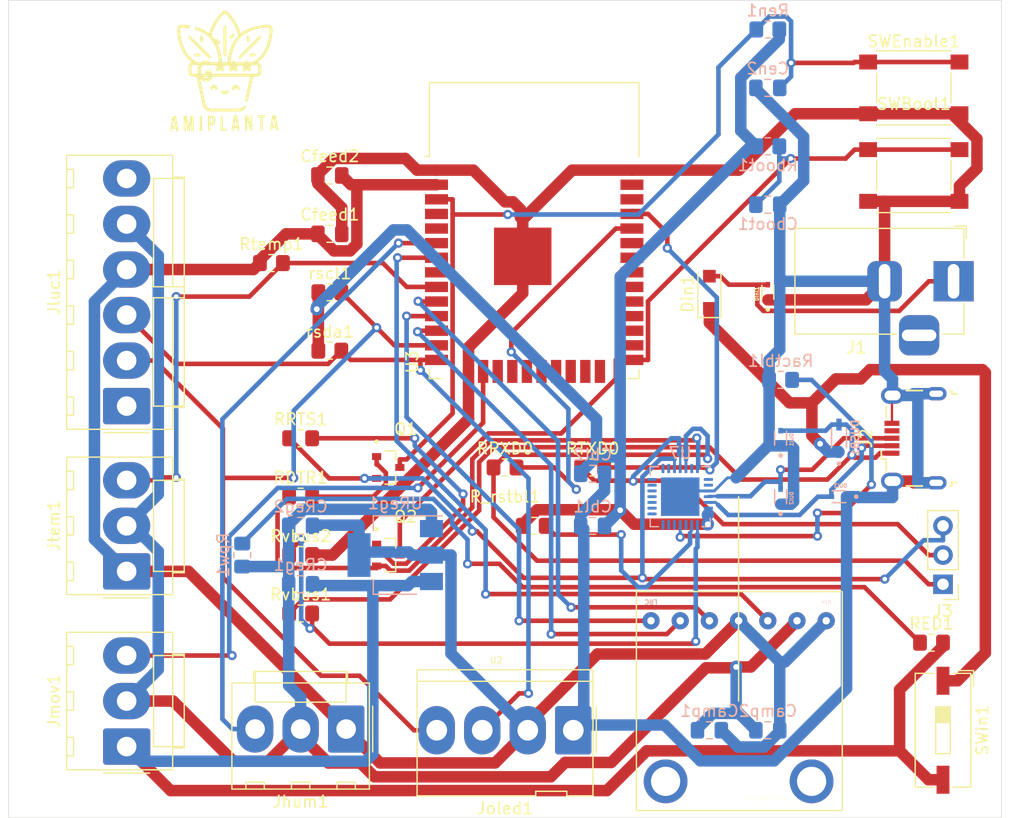
<source format=kicad_pcb>
(kicad_pcb (version 20211014) (generator pcbnew)
  (layers (0 "F.Cu" signal) (31 "B.Cu" signal) (34 "B.Paste" user) (35 "F.Paste" user) (36 "B.SilkS" user "B.Silkscreen") (37 "F.SilkS" user "F.Silkscreen") (38 "B.Mask" user) (39 "F.Mask" user) (44 "Edge.Cuts" user))
  (net 0 "")
  (net 1 "+3V3")
  (net 2 "GND")
  (net 3 "+3.3V")
  (net 4 "GNDREF")
  (net 5 "BOOT")
  (net 6 "EN")
  (net 7 "+5V")
  (net 8 "+5V_Jack")
  (net 9 "Net-(Din1-Pad2)")
  (net 10 "/CP2102N-A02-GQFN28(Bootloader)/VBUS")
  (net 11 "/CP2102N-A02-GQFN28(Bootloader)/USB_DP")
  (net 12 "/CP2102N-A02-GQFN28(Bootloader)/USB_DN")
  (net 14 "/CP2102N-A02-GQFN28(Bootloader)/TXD")
  (net 15 "/CP2102N-A02-GQFN28(Bootloader)/RXD")
  (net 16 "/CP2102N-A02-GQFN28(Bootloader)/RTS")
  (net 17 "/Sensores/dh")
  (net 18 "/Sensores/INT Luz(op)")
  (net 19 "/ESP32/SCL")
  (net 20 "/ESP32/SDA")
  (net 21 "/Sensores/VL Luz (op)")
  (net 22 "/Sensores/dm")
  (net 23 "/Sensores/dt")
  (net 24 "Net-(Q1-Pad1)")
  (net 25 "Net-(Q2-Pad1)")
  (net 26 "/CP2102N-A02-GQFN28(Bootloader)/DTR")
  (net 27 "Net-(Ractbl1-Pad1)")
  (net 28 "Net-(RED1-Pad1)")
  (net 29 "/CP2102N-A02-GQFN28(Bootloader)/RXD0")
  (net 30 "/CP2102N-A02-GQFN28(Bootloader)/TXD0")
  (net 31 "Net-(Rvbus1-Pad2)")
  (net 32 "Net-(R_rstbl1-Pad2)")
  (net 33 "/ESP32/amp_D_mode")
  (net 34 "/ESP32/Amp_Din")
  (net 35 "/ESP32/BCLK")
  (net 36 "/ESP32/LRC")
  (footprint "Connector_Molex:Molex_KK-396_A-41791-0003_1x03_P3.96mm_Vertical" (layer "F.Cu") (at 33.125 90.32 90)
    (fp_text reference "Jtem1")
    (fp_text value "Conn_01x03_Female")
  )
  (footprint "Button_Switch_SMD:SW_DIP_SPSTx01_Slide_9.78x4.72mm_W8.61mm_P2.54mm" (layer "F.Cu") (at 104.14 104.14 -90)
    (fp_text reference "SWin1")
    (fp_text value "SW_DIP_x01")
  )
  (footprint "SS8050-G:TRANS_SS8050-G" (layer "F.Cu") (at 55.88 88.9)
    (fp_text reference "Q2")
    (fp_text value "SS8050-G")
  )
  (footprint "Resistor_SMD:R_0805_2012Metric_Pad1.20x1.40mm_HandSolder" (layer "F.Cu") (at 48.26 78.74)
    (fp_text reference "RRTS1")
    (fp_text value "10K(5%)")
  )
  (footprint "Button_Switch_SMD:SW_Push_1P1T_NO_6x6mm_H9.5mm" (layer "F.Cu") (at 101.6 48.26)
    (fp_text reference "SWEnable1")
    (fp_text value "SW_Push")
  )
  (footprint "MAX9835_EditadoLib:MAX98357A_ModuloEditado" (layer "F.Cu") (at 86.36 101.6 180)
    (fp_text reference "U2")
    (fp_text value "MAX98357AETE+")
  )
  (footprint "Connector_BarrelJack:BarrelJack_Horizontal" (layer "F.Cu") (at 105.06 65.0825)
    (fp_text reference "J1")
    (fp_text value "Jack-DC")
  )
  (footprint "Resistor_SMD:R_0805_2012Metric_Pad1.20x1.40mm_HandSolder" (layer "F.Cu") (at 103.14 96.52)
    (fp_text reference "RED1")
    (fp_text value "LED")
  )
  (footprint "Resistor_SMD:R_0805_2012Metric_Pad1.20x1.40mm_HandSolder" (layer "F.Cu") (at 48.26 83.82)
    (fp_text reference "RDTR1")
    (fp_text value "10K(5%)")
  )
  (footprint "RF_Module:ESP32-WROOM-32" (layer "F.Cu") (at 68.58 63.67)
    (fp_text reference "U3")
    (fp_text value "ESP32-WROOM-32")
  )
  (footprint "AmplantaLogo:huellaAmiplantaLogo" (layer "F.Cu") (at 41.656 46.863)
    (fp_text reference "G***")
    (fp_text value "LOGO" hide)
  )
  (footprint "Connector_Molex:Molex_KK-396_A-41791-0003_1x03_P3.96mm_Vertical" (layer "F.Cu") (at 33.125 105.56 90)
    (fp_text reference "Jmov1")
    (fp_text value "Conn_01x03_Female")
  )
  (footprint "Connector_USB:USB_Micro-B_Wuerth_629105150521" (layer "F.Cu") (at 101.6 78.74 90)
    (fp_text reference "J2")
    (fp_text value "USB_B_Micro")
  )
  (footprint "Resistor_SMD:R_0805_2012Metric_Pad1.20x1.40mm_HandSolder" (layer "F.Cu") (at 50.8 71.12)
    (fp_text reference "rsda1")
    (fp_text value "4.7k")
  )
  (footprint "Resistor_SMD:R_0805_2012Metric_Pad1.20x1.40mm_HandSolder" (layer "F.Cu") (at 66.04 81.28)
    (fp_text reference "RRXD0")
    (fp_text value "0R(5%)")
  )
  (footprint "Diode_SMD:D_SOD-123F" (layer "F.Cu") (at 83.82 66.04 90)
    (fp_text reference "Din1")
    (fp_text value "MBR1020VL")
  )
  (footprint "Resistor_SMD:R_0805_2012Metric_Pad1.20x1.40mm_HandSolder" (layer "F.Cu") (at 45.72 63.5)
    (fp_text reference "Rtemp1")
    (fp_text value "4,7k")
  )
  (footprint "Connector_PinHeader_2.54mm:PinHeader_1x03_P2.54mm_Vertical" (layer "F.Cu") (at 104.14 91.44 180)
    (fp_text reference "J3")
    (fp_text value "Conn_01x03_Female")
  )
  (footprint "Button_Switch_SMD:SW_Push_1P1T_NO_6x6mm_H9.5mm" (layer "F.Cu") (at 101.6 55.88)
    (fp_text reference "SWBoot1")
    (fp_text value "SW_Push")
  )
  (footprint "Resistor_SMD:R_0805_2012Metric_Pad1.20x1.40mm_HandSolder" (layer "F.Cu") (at 48.26 93.98)
    (fp_text reference "Rvbus1")
    (fp_text value "22.1K(5%)")
  )
  (footprint "Resistor_SMD:R_0805_2012Metric_Pad1.20x1.40mm_HandSolder" (layer "F.Cu") (at 68.58 86.36)
    (fp_text reference "R_rstbl1")
    (fp_text value "2k(5%)")
  )
  (footprint "Capacitor_SMD:C_0805_2012Metric_Pad1.18x1.45mm_HandSolder" (layer "F.Cu") (at 50.8 60.96)
    (fp_text reference "Cfeed1")
    (fp_text value "22uF/10V(20%)")
  )
  (footprint "Connector_Molex:Molex_KK-396_5273-04A_1x04_P3.96mm_Vertical" (layer "F.Cu") (at 71.98 104.14 180)
    (fp_text reference "Joled1")
    (fp_text value "Conn_01x04_Female")
  )
  (footprint "SS8050-G:TRANS_SS8050-G" (layer "F.Cu") (at 55.88 81.28)
    (fp_text reference "Q1")
    (fp_text value "SS8050-G")
  )
  (footprint "Connector_Molex:Molex_KK-396_A-41791-0003_1x03_P3.96mm_Vertical" (layer "F.Cu") (at 52.22 104.035 180)
    (fp_text reference "Jhum1")
    (fp_text value "Conn_01x03_Female")
  )
  (footprint "Resistor_SMD:R_0805_2012Metric_Pad1.20x1.40mm_HandSolder" (layer "F.Cu") (at 73.66 81.28)
    (fp_text reference "RTXD0")
    (fp_text value "0R(5%)")
  )
  (footprint "LESD5D5:TVS_LESD5D5.0CT1G" (layer "F.Cu") (at 88.9 66.04 90)
    (fp_text reference "Dinl1")
    (fp_text value "LESD5D5.0CT1G")
  )
  (footprint "Resistor_SMD:R_0805_2012Metric_Pad1.20x1.40mm_HandSolder" (layer "F.Cu") (at 50.8 66.04)
    (fp_text reference "rscl1")
    (fp_text value "4.7k")
  )
  (footprint "Capacitor_SMD:C_0805_2012Metric_Pad1.18x1.45mm_HandSolder" (layer "F.Cu") (at 50.8 55.88)
    (fp_text reference "Cfeed2")
    (fp_text value "0.1uF/50(10%)")
  )
  (footprint "Resistor_SMD:R_0805_2012Metric_Pad1.20x1.40mm_HandSolder" (layer "F.Cu") (at 48.26 88.9)
    (fp_text reference "Rvbus2")
    (fp_text value "47.5K(5%)")
  )
  (footprint "Connector_Molex:Molex_KK-396_A-41791-0006_1x06_P3.96mm_Vertical" (layer "F.Cu") (at 33.125 75.94 90)
    (fp_text reference "Jluc1")
    (fp_text value "Conn_01x06_Female")
  )
  (footprint "Package_TO_SOT_SMD:SOT-223-3_TabPin2" (layer "B.Cu") (at 56.49 88.9 180)
    (fp_text reference "UReg1")
    (fp_text value "AMS1117-3.3")
  )
  (footprint "BAT760-7:SOD2513X120N" (layer "B.Cu") (at 95.0923 78.74 90)
    (fp_text reference "DUSB1")
    (fp_text value "BAT760-7")
  )
  (footprint "Capacitor_SMD:C_0805_2012Metric_Pad1.18x1.45mm_HandSolder" (layer "B.Cu") (at 73.66 81.83 180)
    (fp_text reference "Cbl2")
    (fp_text value "4.7uF/6.3V(10%)")
  )
  (footprint "Resistor_SMD:R_0805_2012Metric_Pad1.20x1.40mm_HandSolder" (layer "B.Cu") (at 90.0123 73.66 180)
    (fp_text reference "Ractbl1")
    (fp_text value "10k(5%)")
  )
  (footprint "Resistor_SMD:R_0805_2012Metric_Pad1.20x1.40mm_HandSolder" (layer "B.Cu") (at 43.18 88.9 -90)
    (fp_text reference "Rpw1")
    (fp_text value "1k")
  )
  (footprint "LESD5D5:TVS_LESD5D5.0CT1G" (layer "B.Cu") (at 90.0123 83.82 90)
    (fp_text reference "DUl2")
    (fp_text value "LESD5D5.0CT1G")
  )
  (footprint "LESD5D5:TVS_LESD5D5.0CT1G" (layer "B.Cu") (at 95.0923 83.82 180)
    (fp_text reference "DUl3")
    (fp_text value "LESD5D5.0CT1G")
  )
  (footprint "LESD5D5:TVS_LESD5D5.0CT1G" (layer "B.Cu") (at 90.0123 78.74 90)
    (fp_text reference "DUl1")
    (fp_text value "LESD5D5.0CT1G")
  )
  (footprint "Package_DFN_QFN:QFN-28-1EP_5x5mm_P0.5mm_EP3.35x3.35mm" (layer "B.Cu") (at 81.28 83.82 180)
    (fp_text reference "U7")
    (fp_text value "CP2102N-Axx-xQFN28")
  )
  (footprint "Capacitor_SMD:C_0805_2012Metric_Pad1.18x1.45mm_HandSolder" (layer "B.Cu") (at 48.26 86.36 180)
    (fp_text reference "CReg2")
    (fp_text value "1u")
  )
  (footprint "Capacitor_SMD:C_0805_2012Metric_Pad1.18x1.45mm_HandSolder" (layer "B.Cu") (at 88.9 48.26 180)
    (fp_text reference "Cen2")
    (fp_text value "0.1uF/50V(10%)(NC)")
  )
  (footprint "Capacitor_SMD:C_0805_2012Metric_Pad1.18x1.45mm_HandSolder" (layer "B.Cu") (at 88.9 58.42)
    (fp_text reference "Cboot1")
    (fp_text value "0.1uF/50V(10%)(NC)")
  )
  (footprint "Capacitor_SMD:C_0805_2012Metric_Pad1.18x1.45mm_HandSolder" (layer "B.Cu") (at 83.82 104.14 180)
    (fp_text reference "Camp1")
    (fp_text value "10u")
  )
  (footprint "Resistor_SMD:R_0805_2012Metric_Pad1.20x1.40mm_HandSolder" (layer "B.Cu") (at 88.9 43.18 180)
    (fp_text reference "Ren1")
    (fp_text value "10K(5%)")
  )
  (footprint "Capacitor_SMD:C_0805_2012Metric_Pad1.18x1.45mm_HandSolder" (layer "B.Cu") (at 73.66 86.36 180)
    (fp_text reference "Cbl1")
    (fp_text value "0.1uF/50V(10%)")
  )
  (footprint "Resistor_SMD:R_0805_2012Metric_Pad1.20x1.40mm_HandSolder" (layer "B.Cu") (at 88.9 53.34)
    (fp_text reference "Rboot1")
    (fp_text value "10K(5%)")
  )
  (footprint "Capacitor_SMD:C_0805_2012Metric_Pad1.18x1.45mm_HandSolder" (layer "B.Cu") (at 48.26 91.44 180)
    (fp_text reference "CReg1")
    (fp_text value "1u")
  )
  (footprint "Capacitor_SMD:C_0805_2012Metric_Pad1.18x1.45mm_HandSolder" (layer "B.Cu") (at 88.9 104.14 180)
    (fp_text reference "Camp2")
    (fp_text value "0.1u")
  )
  (gr_line (start 109.22 111.76) (end 25.4 111.76) (layer "Edge.Cuts") (width 0.05))
  (gr_line (start 22.86 40.64) (end 109.22 40.64) (layer "Edge.Cuts") (width 0.05))
  (gr_line (start 25.4 111.76) (end 22.86 111.76) (layer "Edge.Cuts") (width 0.05))
  (gr_line (start 109.22 40.64) (end 109.22 111.76) (layer "Edge.Cuts") (width 0.05))
  (gr_line (start 22.86 111.76) (end 22.86 40.64) (layer "Edge.Cuts") (width 0.05))
  (segment (start 38.505 90.32) (end 33.125 90.32) (width 1) (layer "F.Cu") (net 1))
  (segment (start 33.125 64.06) (end 44.16 64.06) (width 1) (layer "F.Cu") (net 1))
  (segment (start 49.7625 61.0473) (end 49.7625 60.96) (width 1) (layer "F.Cu") (net 1))
  (segment (start 68.02 103.57) (end 74.0827 97.5073) (width 1) (layer "F.Cu") (net 1))
  (segment (start 52.22 104.035) (end 38.505 90.32) (width 1) (layer "F.Cu") (net 1))
  (segment (start 53.1527 56.685) (end 53.1527 61.8441) (width 1) (layer "F.Cu") (net 1))
  (segment (start 83.4677 97.5073) (end 86.36 94.615) (width 1) (layer "F.Cu") (net 1))
  (segment (start 68.02 104.14) (end 68.02 103.57) (width 1) (layer "F.Cu") (net 1))
  (segment (start 53.1527 61.8441) (end 52.5574 62.4394) (width 1) (layer "F.Cu") (net 1))
  (segment (start 44.16 64.06) (end 44.72 63.5) (width 1) (layer "F.Cu") (net 1))
  (segment (start 51.1546 62.4394) (end 49.7625 61.0473) (width 1) (layer "F.Cu") (net 1))
  (segment (start 44.72 63.2199) (end 44.72 63.5) (width 1) (layer "F.Cu") (net 1))
  (segment (start 49.7625 60.96) (end 46.9799 60.96) (width 1) (layer "F.Cu") (net 1))
  (segment (start 68.02 104.14) (end 65.1792 106.9808) (width 1) (layer "F.Cu") (net 1))
  (segment (start 52.5574 62.4394) (end 51.1546 62.4394) (width 1) (layer "F.Cu") (net 1))
  (segment (start 55.1658 106.9808) (end 52.22 104.035) (width 1) (layer "F.Cu") (net 1))
  (segment (start 51.8375 55.88) (end 52.6425 56.685) (width 1) (layer "F.Cu") (net 1))
  (segment (start 53.1527 56.685) (end 60.08 56.685) (width 1) (layer "F.Cu") (net 1))
  (segment (start 74.0827 97.5073) (end 83.4677 97.5073) (width 1) (layer "F.Cu") (net 1))
  (segment (start 65.1792 106.9808) (end 55.1658 106.9808) (width 1) (layer "F.Cu") (net 1))
  (segment (start 46.9799 60.96) (end 44.72 63.2199) (width 1) (layer "F.Cu") (net 1))
  (segment (start 52.6425 56.685) (end 53.1527 56.685) (width 1) (layer "F.Cu") (net 1))
  (segment (start 49.2975 86.36) (end 49.3578 86.2997) (width 1) (layer "B.Cu") (net 1))
  (segment (start 89.9375 104.2268) (end 89.9375 104.14) (width 1) (layer "B.Cu") (net 1))
  (segment (start 90.4025 98.1925) (end 93.98 94.615) (width 1) (layer "B.Cu") (net 1))
  (segment (start 53.34 88.4667) (end 53.34 86.2997) (width 1) (layer "B.Cu") (net 1))
  (segment (start 49.3578 86.2997) (end 53.34 86.2997) (width 1) (layer "B.Cu") (net 1))
  (segment (start 86.3136 105.5961) (end 88.5682 105.5961) (width 1) (layer "B.Cu") (net 1))
  (segment (start 61.3403 88.9) (end 61.3403 97.4603) (width 1) (layer "B.Cu") (net 1))
  (segment (start 33.125 64.06) (end 30.3257 66.8593) (width 1) (layer "B.Cu") (net 1))
  (segment (start 53.34 88.6337) (end 57.6734 88.6337) (width 1) (layer "B.Cu") (net 1))
  (segment (start 89.9375 104.14) (end 89.9375 98.1925) (width 1) (layer "B.Cu") (net 1))
  (segment (start 57.6734 88.6337) (end 57.9397 88.9) (width 1) (layer "B.Cu") (net 1))
  (segment (start 89.9375 98.1925) (end 86.36 94.615) (width 1) (layer "B.Cu") (net 1))
  (segment (start 59.64 88.9) (end 61.3403 88.9) (width 1) (layer "B.Cu") (net 1))
  (segment (start 88.5682 105.5961) (end 89.9375 104.2268) (width 1) (layer "B.Cu") (net 1))
  (segment (start 30.3257 66.8593) (end 30.3257 87.5207) (width 1) (layer "B.Cu") (net 1))
  (segment (start 53.34 88.4667) (end 53.34 88.6337) (width 1) (layer "B.Cu") (net 1))
  (segment (start 53.34 88.9) (end 53.34 88.6337) (width 1) (layer "B.Cu") (net 1))
  (segment (start 59.5155 88.9) (end 59.64 88.9) (width 1) (layer "B.Cu") (net 1))
  (segment (start 61.3403 97.4603) (end 68.02 104.14) (width 1) (layer "B.Cu") (net 1))
  (segment (start 84.8575 104.14) (end 86.3136 105.5961) (width 1) (layer "B.Cu") (net 1))
  (segment (start 30.3257 87.5207) (end 33.125 90.32) (width 1) (layer "B.Cu") (net 1))
  (segment (start 59.5155 88.9) (end 57.9397 88.9) (width 1) (layer "B.Cu") (net 1))
  (segment (start 89.9375 98.1925) (end 90.4025 98.1925) (width 1) (layer "B.Cu") (net 1))
  (segment (start 86.1464 98.6331) (end 86.0718 98.7077) (width 1) (layer "F.Cu") (net 2))
  (segment (start 53.4756 106.9883) (end 50.6758 106.9883) (width 1) (layer "F.Cu") (net 2))
  (segment (start 75.2788 106.9414) (end 71.2693 106.9414) (width 1) (layer "F.Cu") (net 2))
  (segment (start 83.5125 98.7077) (end 75.2788 106.9414) (width 1) (layer "F.Cu") (net 2))
  (segment (start 50.6758 106.9883) (end 47.9913 104.3037) (width 1) (layer "F.Cu") (net 2))
  (segment (start 86.0718 98.7077) (end 83.5125 98.7077) (width 1) (layer "F.Cu") (net 2))
  (segment (start 45.4678 106.8272) (end 47.9913 104.3037) (width 1) (layer "F.Cu") (net 2))
  (segment (start 37.1666 101.6) (end 42.3938 106.8272) (width 1) (layer "F.Cu") (net 2))
  (segment (start 71.2693 106.9414) (end 70.022 108.1887) (width 1) (layer "F.Cu") (net 2))
  (segment (start 47.9913 104.3037) (end 48.26 104.035) (width 1) (layer "F.Cu") (net 2))
  (segment (start 42.3938 106.8272) (end 45.4678 106.8272) (width 1) (layer "F.Cu") (net 2))
  (segment (start 33.125 101.6) (end 37.1666 101.6) (width 1) (layer "F.Cu") (net 2))
  (segment (start 91.44 94.615) (end 87.4219 98.6331) (width 1) (layer "F.Cu") (net 2))
  (segment (start 87.4219 98.6331) (end 86.1464 98.6331) (width 1) (layer "F.Cu") (net 2))
  (segment (start 54.676 108.1887) (end 53.4756 106.9883) (width 1) (layer "F.Cu") (net 2))
  (segment (start 70.022 108.1887) (end 54.676 108.1887) (width 1) (layer "F.Cu") (net 2))
  (via (at 86.1464 98.6331) (size 1.1) (drill 0.5) (layers "F.Cu" "B.Cu") (net 2))
  (segment (start 47.2225 100.2472) (end 48.26 101.2847) (width 1) (layer "B.Cu") (net 2))
  (segment (start 47.2225 86.2349) (end 47.2225 86.36) (width 1) (layer "B.Cu") (net 2))
  (segment (start 59.64 86.6) (end 59.64 85.1497) (width 1) (layer "B.Cu") (net 2))
  (segment (start 35.8763 88.5736) (end 33.3939 86.0911) (width 1) (layer "B.Cu") (net 2))
  (segment (start 47.2225 89.9076) (end 47.2149 89.9) (width 1) (layer "B.Cu") (net 2))
  (segment (start 87.8625 104.14) (end 86.395 102.6725) (width 1) (layer "B.Cu") (net 2))
  (segment (start 82.7825 103.9844) (end 82.7825 104.14) (width 1) (layer "B.Cu") (net 2))
  (segment (start 59.4148 84.9245) (end 48.5329 84.9245) (width 1) (layer "B.Cu") (net 2))
  (segment (start 47.2149 86.3676) (end 47.2149 89.9) (width 1) (layer "B.Cu") (net 2))
  (segment (start 86.395 102.6725) (end 86.1464 102.6725) (width 1) (layer "B.Cu") (net 2))
  (segment (start 33.125 60.1) (end 35.879 62.854) (width 1) (layer "B.Cu") (net 2))
  (segment (start 59.64 85.1497) (end 59.4148 84.9245) (width 1) (layer "B.Cu") (net 2))
  (segment (start 48.5329 84.9245) (end 47.2225 86.2349) (width 1) (layer "B.Cu") (net 2))
  (segment (start 47.2225 91.44) (end 47.2225 89.9076) (width 1) (layer "B.Cu") (net 2))
  (segment (start 48.26 104.035) (end 48.26 101.2847) (width 1) (layer "B.Cu") (net 2))
  (segment (start 86.1464 102.6725) (end 84.0944 102.6725) (width 1) (layer "B.Cu") (net 2))
  (segment (start 47.2149 89.9) (end 43.18 89.9) (width 1) (layer "B.Cu") (net 2))
  (segment (start 33.125 101.6) (end 35.8763 98.8487) (width 1) (layer "B.Cu") (net 2))
  (segment (start 35.8763 98.8487) (end 35.8763 88.5736) (width 1) (layer "B.Cu") (net 2))
  (segment (start 35.879 62.854) (end 35.879 83.606) (width 1) (layer "B.Cu") (net 2))
  (segment (start 86.1464 102.6725) (end 86.1464 98.6331) (width 1) (layer "B.Cu") (net 2))
  (segment (start 84.0944 102.6725) (end 82.7825 103.9844) (width 1) (layer "B.Cu") (net 2))
  (segment (start 47.2225 86.36) (end 47.2149 86.3676) (width 1) (layer "B.Cu") (net 2))
  (segment (start 33.3939 86.0911) (end 33.125 86.36) (width 1) (layer "B.Cu") (net 2))
  (segment (start 47.2225 91.44) (end 47.2225 100.2472) (width 1) (layer "B.Cu") (net 2))
  (segment (start 35.879 83.606) (end 33.3939 86.0911) (width 1) (layer "B.Cu") (net 2))
  (segment (start 67.58 86.36) (end 67.58 86.2147) (width 1) (layer "F.Cu") (net 3))
  (segment (start 49.8 66.04) (end 49.8 67.5078) (width 1) (layer "F.Cu") (net 3))
  (segment (start 49.8 67.5078) (end 49.662 67.5078) (width 1) (layer "F.Cu") (net 3))
  (segment (start 67.58 86.2147) (end 68.8361 84.9586) (width 1) (layer "F.Cu") (net 3))
  (segment (start 76.0163 84.9586) (end 76.0576 84.9999) (width 1) (layer "F.Cu") (net 3))
  (segment (start 68.8361 84.9586) (end 76.0163 84.9586) (width 1) (layer "F.Cu") (net 3))
  (segment (start 76.0576 84.9999) (end 77.2741 86.2164) (width 1) (layer "F.Cu") (net 3))
  (segment (start 49.8 67.5078) (end 49.8 71.12) (width 1) (layer "F.Cu") (net 3))
  (segment (start 77.2741 86.2164) (end 83.6758 86.2164) (width 1) (layer "F.Cu") (net 3))
  (via (at 76.0576 84.9999) (size 1.1) (drill 0.5) (layers "F.Cu" "B.Cu") (net 3))
  (via (at 49.662 67.5078) (size 1.1) (drill 0.5) (layers "F.Cu" "B.Cu") (net 3))
  (via (at 83.6758 86.2164) (size 1.1) (drill 0.5) (layers "F.Cu" "B.Cu") (net 3))
  (segment (start 83.6552 86.1955) (end 83.6552 85.4638) (width 0.2502) (layer "B.Cu") (net 3))
  (segment (start 72.6225 81.7382) (end 73.9975 80.3632) (width 1) (layer "B.Cu") (net 3))
  (segment (start 86.5482 47.3809) (end 86.5482 51.9882) (width 1) (layer "B.Cu") (net 3))
  (segment (start 73.9975 80.3632) (end 73.9975 77.0865) (width 1) (layer "B.Cu") (net 3))
  (segment (start 73.9975 80.3632) (end 76.0576 80.3632) (width 1) (layer "B.Cu") (net 3))
  (segment (start 72.6225 81.83) (end 72.6225 81.7382) (width 1) (layer "B.Cu") (net 3))
  (segment (start 76.0576 64.689) (end 76.0576 80.3632) (width 1) (layer "B.Cu") (net 3))
  (segment (start 83.6758 86.2164) (end 83.6552 86.1958) (width 1) (layer "B.Cu") (net 3))
  (segment (start 86.5482 51.9882) (end 87.9 53.34) (width 1) (layer "B.Cu") (net 3))
  (segment (start 76.0576 84.9999) (end 74.6975 86.36) (width 1) (layer "B.Cu") (net 3))
  (segment (start 87.9 53.34) (end 87.4066 53.34) (width 1) (layer "B.Cu") (net 3))
  (segment (start 89.9 44.0291) (end 86.5482 47.3809) (width 1) (layer "B.Cu") (net 3))
  (segment (start 83.6554 85.4636) (end 83.6554 85.3946) (width 1) (layer "B.Cu") (net 3))
  (segment (start 83.6552 86.1958) (end 83.6552 86.1955) (width 1) (layer "B.Cu") (net 3))
  (segment (start 83.6554 85.3946) (end 83.73 85.32) (width 1) (layer "B.Cu") (net 3))
  (segment (start 73.9975 77.0865) (end 57.5282 60.6172) (width 1) (layer "B.Cu") (net 3))
  (segment (start 76.0576 80.3632) (end 76.0576 84.9999) (width 1) (layer "B.Cu") (net 3))
  (segment (start 83.73 84.82) (end 83.73 85.32) (width 0.2502) (layer "B.Cu") (net 3))
  (segment (start 57.5282 60.6172) (end 56.3349 60.6172) (width 1) (layer "B.Cu") (net 3))
  (segment (start 49.662 67.2901) (end 49.662 67.5078) (width 1) (layer "B.Cu") (net 3))
  (segment (start 56.3349 60.6172) (end 49.662 67.2901) (width 1) (layer "B.Cu") (net 3))
  (segment (start 87.4066 53.34) (end 76.0576 64.689) (width 1) (layer "B.Cu") (net 3))
  (segment (start 83.6552 85.4638) (end 83.6554 85.4636) (width 0.2502) (layer "B.Cu") (net 3))
  (segment (start 89.9 43.18) (end 89.9 44.0291) (width 1) (layer "B.Cu") (net 3))
  (segment (start 57.3651 54.4004) (end 58.3797 55.415) (width 1) (layer "F.Cu") (net 4))
  (segment (start 49.7625 56.5965) (end 49.7625 55.88) (width 1) (layer "F.Cu") (net 4))
  (segment (start 105.575 58.13) (end 99.06 58.13) (width 1) (layer "F.Cu") (net 4))
  (segment (start 67.58 62.915) (end 67.58 66.1153) (width 1) (layer "F.Cu") (net 4))
  (segment (start 67.58 62.915) (end 67.58 59.7147) (width 1) (layer "F.Cu") (net 4))
  (segment (start 51.1471 54.4004) (end 57.3651 54.4004) (width 1) (layer "F.Cu") (net 4))
  (segment (start 71.8797 55.415) (end 77.08 55.415) (width 1) (layer "F.Cu") (net 4))
  (segment (start 104.2872 50.51) (end 105.575 50.51) (width 1) (layer "F.Cu") (net 4))
  (segment (start 107.0924 52.6923) (end 107.0924 55.2623) (width 1) (layer "F.Cu") (net 4))
  (segment (start 91.2724 50.51) (end 97.625 50.51) (width 1) (layer "F.Cu") (net 4))
  (segment (start 67.3754 59.5101) (end 67.3754 58.8173) (width 1) (layer "F.Cu") (net 4))
  (segment (start 51.0294 88.9) (end 62.865 77.0644) (width 1) (layer "F.Cu") (net 4))
  (segment (start 99.7 77.44) (end 99.7 75.065) (width 0.2) (layer "F.Cu") (net 4))
  (segment (start 97.625 50.51) (end 104.2872 50.51) (width 1) (layer "F.Cu") (net 4))
  (segment (start 67.58 59.7147) (end 71.8797 55.415) (width 1) (layer "F.Cu") (net 4))
  (segment (start 62.865 72.925) (end 62.865 70.8303) (width 1) (layer "F.Cu") (net 4))
  (segment (start 77.08 55.415) (end 86.3674 55.415) (width 1) (layer "F.Cu") (net 4))
  (segment (start 101.4503 82.465) (end 101.6003 82.615) (width 1) (layer "F.Cu") (net 4))
  (segment (start 99.75 82.465) (end 101.4503 82.465) (width 1) (layer "F.Cu") (net 4))
  (segment (start 49.26 88.9) (end 51.0294 88.9) (width 1) (layer "F.Cu") (net 4))
  (segment (start 60.08 55.415) (end 58.3797 55.415) (width 1) (layer "F.Cu") (net 4))
  (segment (start 99.06 58.13) (end 97.625 58.13) (width 1) (layer "F.Cu") (net 4))
  (segment (start 99.7 75.065) (end 99.75 75.015) (width 0.2) (layer "F.Cu") (net 4))
  (segment (start 104.2872 50.51) (end 104.9101 50.51) (width 1) (layer "F.Cu") (net 4))
  (segment (start 99.06 58.13) (end 99.06 65.0825) (width 1) (layer "F.Cu") (net 4))
  (segment (start 97.4425 66.7) (end 99.06 65.0825) (width 1) (layer "F.Cu") (net 4))
  (segment (start 67.3754 58.8173) (end 66.7309 58.1728) (width 1) (layer "F.Cu") (net 4))
  (segment (start 51.8375 58.6715) (end 49.7625 56.5965) (width 1) (layer "F.Cu") (net 4))
  (segment (start 104.9101 50.51) (end 107.0924 52.6923) (width 1) (layer "F.Cu") (net 4))
  (segment (start 49.7625 55.88) (end 49.7625 55.785) (width 1) (layer "F.Cu") (net 4))
  (segment (start 66.7309 58.1728) (end 66.0381 58.1728) (width 1) (layer "F.Cu") (net 4))
  (segment (start 86.3674 55.415) (end 91.2724 50.51) (width 1) (layer "F.Cu") (net 4))
  (segment (start 63.2803 55.415) (end 60.08 55.415) (width 1) (layer "F.Cu") (net 4))
  (segment (start 107.0924 55.2623) (end 105.575 56.7797) (width 1) (layer "F.Cu") (net 4))
  (segment (start 49.7625 55.785) (end 51.1471 54.4004) (width 1) (layer "F.Cu") (net 4))
  (segment (start 62.865 70.8303) (end 67.58 66.1153) (width 1) (layer "F.Cu") (net 4))
  (segment (start 66.0381 58.1728) (end 63.2803 55.415) (width 1) (layer "F.Cu") (net 4))
  (segment (start 101.6003 82.615) (end 103.55 82.615) (width 1) (layer "F.Cu") (net 4))
  (segment (start 51.8375 60.96) (end 51.8375 58.6715) (width 1) (layer "F.Cu") (net 4))
  (segment (start 88.9 66.7) (end 97.4425 66.7) (width 1) (layer "F.Cu") (net 4))
  (segment (start 62.865 77.0644) (end 62.865 72.925) (width 1) (layer "F.Cu") (net 4))
  (segment (start 105.575 58.13) (end 105.575 56.7797) (width 1) (layer "F.Cu") (net 4))
  (segment (start 67.58 59.7147) (end 67.3754 59.5101) (width 1) (layer "F.Cu") (net 4))
  (segment (start 88.9221 79.4) (end 86.1431 82.179) (width 1) (layer "B.Cu") (net 4))
  (segment (start 91.1423 84.2503) (end 91.1423 79.6297) (width 1) (layer "B.Cu") (net 4))
  (segment (start 83.0345 106.8004) (end 89.448 106.8004) (width 1) (layer "B.Cu") (net 4))
  (segment (start 90.4625 84.48) (end 90.0123 84.48) (width 1) (layer "B.Cu") (net 4))
  (segment (start 89.9375 71.0244) (end 89.0123 71.9496) (width 1) (layer "B.Cu") (net 4))
  (segment (start 85.3913 82.179) (end 84.2503 83.32) (width 0.2502) (layer "B.Cu") (net 4))
  (segment (start 99.06 72.8997) (end 99.75 73.5897) (width 1) (layer "B.Cu") (net 4))
  (segment (start 92.0194 52.5289) (end 92.0194 56.3381) (width 1) (layer "B.Cu") (net 4))
  (segment (start 90.9126 84.48) (end 91.1423 84.2503) (width 1) (layer "B.Cu") (net 4))
  (segment (start 87.8625 48.372) (end 92.0194 52.5289) (width 1) (layer "B.Cu") (net 4))
  (segment (start 99.75 75.015) (end 99.75 73.5897) (width 1) (layer "B.Cu") (net 4))
  (segment (start 72.8884 86.6259) (end 72.6225 86.36) (width 1) (layer "B.Cu") (net 4))
  (segment (start 95.7523 83.82) (end 96.6926 83.82) (width 1) (layer "B.Cu") (net 4))
  (segment (start 103.55 82.615) (end 101.9497 82.615) (width 1) (layer "B.Cu") (net 4))
  (segment (start 89.9375 58.42) (end 89.9375 65.0825) (width 1) (layer "B.Cu") (net 4))
  (segment (start 101.4503 75.015) (end 101.6003 74.865) (width 1) (layer "B.Cu") (net 4))
  (segment (start 72.8884 103.6858) (end 79.9199 103.6858) (width 1) (layer "B.Cu") (net 4))
  (segment (start 89.0123 79.3003) (end 89.112 79.4) (width 1) (layer "B.Cu") (net 4))
  (segment (start 89.0123 73.66) (end 89.0123 79.3003) (width 1) (layer "B.Cu") (net 4))
  (segment (start 101.6003 74.865) (end 101.9497 74.865) (width 1) (layer "B.Cu") (net 4))
  (segment (start 72.6225 85.394) (end 72.6225 86.36) (width 1) (layer "B.Cu") (net 4))
  (segment (start 81.78 83.32) (end 81.28 83.82) (width 0.2502) (layer "B.Cu") (net 4))
  (segment (start 89.0123 71.9496) (end 89.0123 73.66) (width 1) (layer "B.Cu") (net 4))
  (segment (start 90.0123 79.4) (end 89.112 79.4) (width 1) (layer "B.Cu") (net 4))
  (segment (start 87.8625 48.26) (end 87.8625 48.372) (width 1) (layer "B.Cu") (net 4))
  (segment (start 95.7523 100.4961) (end 95.7523 83.82) (width 1) (layer "B.Cu") (net 4))
  (segment (start 92.0194 56.3381) (end 89.9375 58.42) (width 1) (layer "B.Cu") (net 4))
  (segment (start 83.73 83.32) (end 81.78 83.32) (width 0.2502) (layer "B.Cu") (net 4))
  (segment (start 99.75 75.015) (end 101.4503 75.015) (width 1) (layer "B.Cu") (net 4))
  (segment (start 84.2503 83.32) (end 83.73 83.32) (width 0.2502) (layer "B.Cu") (net 4))
  (segment (start 89.9375 65.0825) (end 99.06 65.0825) (width 1) (layer "B.Cu") (net 4))
  (segment (start 72.8884 103.6858) (end 72.8884 86.6259) (width 1) (layer "B.Cu") (net 4))
  (segment (start 86.1431 82.179) (end 85.3913 82.179) (width 0.2502) (layer "B.Cu") (net 4))
  (segment (start 74.6975 81.83) (end 74.6975 83.319) (width 1) (layer "B.Cu") (net 4))
  (segment (start 79.9199 103.6858) (end 83.0345 106.8004) (width 1) (layer "B.Cu") (net 4))
  (segment (start 74.6975 83.319) (end 72.6225 85.394) (width 1) (layer "B.Cu") (net 4))
  (segment (start 90.4625 84.48) (end 90.9126 84.48) (width 1) (layer "B.Cu") (net 4))
  (segment (start 72.4342 103.6858) (end 72.8884 103.6858) (width 1) (layer "B.Cu") (net 4))
  (segment (start 99.75 82.465) (end 99.75 83.8903) (width 1) (layer "B.Cu") (net 4))
  (segment (start 71.98 104.14) (end 72.4342 103.6858) (width 1) (layer "B.Cu") (net 4))
  (segment (start 101.9497 82.615) (end 101.9497 74.865) (width 1) (layer "B.Cu") (net 4))
  (segment (start 96.7629 83.8903) (end 99.75 83.8903) (width 1) (layer "B.Cu") (net 4))
  (segment (start 89.448 106.8004) (end 95.7523 100.4961) (width 1) (layer "B.Cu") (net 4))
  (segment (start 91.1423 79.6297) (end 90.9126 79.4) (width 1) (layer "B.Cu") (net 4))
  (segment (start 103.55 74.865) (end 101.9497 74.865) (width 1) (layer "B.Cu") (net 4))
  (segment (start 89.112 79.4) (end 88.9221 79.4) (width 1) (layer "B.Cu") (net 4))
  (segment (start 89.9375 65.0825) (end 89.9375 71.0244) (width 1) (layer "B.Cu") (net 4))
  (segment (start 99.06 65.0825) (end 99.06 72.8997) (width 1) (layer "B.Cu") (net 4))
  (segment (start 96.6926 83.82) (end 96.7629 83.8903) (width 1) (layer "B.Cu") (net 4))
  (segment (start 90.0123 79.4) (end 90.9126 79.4) (width 1) (layer "B.Cu") (net 4))
  (segment (start 70.9248 78.3199) (end 64.5798 78.3199) (width 0.4) (layer "F.Cu") (net 5))
  (segment (start 56.89 86.0097) (end 56.89 88.9) (width 0.4) (layer "F.Cu") (net 5))
  (segment (start 78.4803 71.925) (end 78.4803 66.8216) (width 0.4) (layer "F.Cu") (net 5))
  (segment (start 75.6797 71.925) (end 75.6797 73.565) (width 0.4) (layer "F.Cu") (net 5))
  (segment (start 75.6797 73.565) (end 70.9248 78.3199) (width 0.4) (layer "F.Cu") (net 5))
  (segment (start 96.4497 53.63) (end 95.6731 54.4066) (width 0.4) (layer "F.Cu") (net 5))
  (segment (start 97.625 53.63) (end 96.4497 53.63) (width 0.4) (layer "F.Cu") (net 5))
  (segment (start 77.08 71.925) (end 78.4803 71.925) (width 0.4) (layer "F.Cu") (net 5))
  (segment (start 105.575 53.63) (end 97.625 53.63) (width 0.4) (layer "F.Cu") (net 5))
  (segment (start 78.4803 66.8216) (end 90.8953 54.4066) (width 0.4) (layer "F.Cu") (net 5))
  (segment (start 77.08 71.925) (end 75.6797 71.925) (width 0.4) (layer "F.Cu") (net 5))
  (segment (start 95.6731 54.4066) (end 90.8953 54.4066) (width 0.4) (layer "F.Cu") (net 5))
  (segment (start 64.5798 78.3199) (end 56.89 86.0097) (width 0.4) (layer "F.Cu") (net 5))
  (via (at 90.8953 54.4066) (size 0.8) (drill 0.4) (layers "F.Cu" "B.Cu") (net 5))
  (segment (start 89.9 54.4066) (end 90.8953 54.4066) (width 0.4) (layer "B.Cu") (net 5))
  (segment (start 89.9 54.4066) (end 89.9 56.3825) (width 0.4) (layer "B.Cu") (net 5))
  (segment (start 89.9 53.34) (end 89.9 54.4066) (width 0.4) (layer "B.Cu") (net 5))
  (segment (start 89.9 56.3825) (end 87.8625 58.42) (width 0.4) (layer "B.Cu") (net 5))
  (segment (start 66.2751 59.2731) (end 61.4803 59.2731) (width 0.4) (layer "F.Cu") (net 6))
  (segment (start 96.4497 46.01) (end 96.373 46.0867) (width 0.4) (layer "F.Cu") (net 6))
  (segment (start 105.575 46.01) (end 97.625 46.01) (width 0.4) (layer "F.Cu") (net 6))
  (segment (start 56.89 80.5797) (end 57.48 80.5797) (width 0.4) (layer "F.Cu") (net 6))
  (segment (start 56.89 81.28) (end 56.89 80.5797) (width 0.4) (layer "F.Cu") (net 6))
  (segment (start 61.4803 76.5794) (end 61.4803 59.2731) (width 0.4) (layer "F.Cu") (net 6))
  (segment (start 57.48 80.5797) (end 61.4803 76.5794) (width 0.4) (layer "F.Cu") (net 6))
  (segment (start 60.08 57.955) (end 61.4803 57.955) (width 0.4) (layer "F.Cu") (net 6))
  (segment (start 96.373 46.0867) (end 90.9253 46.0867) (width 0.4) (layer "F.Cu") (net 6))
  (segment (start 61.4803 57.955) (end 61.4803 59.2731) (width 0.4) (layer "F.Cu") (net 6))
  (segment (start 97.625 46.01) (end 96.4497 46.01) (width 0.4) (layer "F.Cu") (net 6))
  (via (at 66.2751 59.2731) (size 0.8) (drill 0.4) (layers "F.Cu" "B.Cu") (net 6))
  (via (at 90.9253 46.0867) (size 0.8) (drill 0.4) (layers "F.Cu" "B.Cu") (net 6))
  (segment (start 90.9253 47.2722) (end 89.9375 48.26) (width 0.4) (layer "B.Cu") (net 6))
  (segment (start 90.9253 46.0867) (end 90.9253 47.2722) (width 0.4) (layer "B.Cu") (net 6))
  (segment (start 90.9253 46.0867) (end 90.9253 42.4735) (width 0.4) (layer "B.Cu") (net 6))
  (segment (start 84.6064 52.3129) (end 77.6462 59.2731) (width 0.4) (layer "B.Cu") (net 6))
  (segment (start 87.9 43.18) (end 84.6064 46.4736) (width 0.4) (layer "B.Cu") (net 6))
  (segment (start 90.9253 42.4735) (end 90.509 42.0572) (width 0.4) (layer "B.Cu") (net 6))
  (segment (start 90.509 42.0572) (end 89.0228 42.0572) (width 0.4) (layer "B.Cu") (net 6))
  (segment (start 89.0228 42.0572) (end 87.9 43.18) (width 0.4) (layer "B.Cu") (net 6))
  (segment (start 77.6462 59.2731) (end 66.2751 59.2731) (width 0.4) (layer "B.Cu") (net 6))
  (segment (start 84.6064 46.4736) (end 84.6064 52.3129) (width 0.4) (layer "B.Cu") (net 6))
  (segment (start 33.125 105.56) (end 36.954 109.389) (width 1) (layer "F.Cu") (net 7))
  (segment (start 104.14 96.8356) (end 100.3648 100.6108) (width 1) (layer "F.Cu") (net 7))
  (segment (start 100.3648 100.6108) (end 100.3648 105.9301) (width 1) (layer "F.Cu") (net 7))
  (segment (start 78.3618 105.9301) (end 100.3648 105.9301) (width 1) (layer "F.Cu") (net 7))
  (segment (start 104.14 96.52) (end 104.14 96.8356) (width 1) (layer "F.Cu") (net 7))
  (segment (start 74.9029 109.389) (end 78.3618 105.9301) (width 1) (layer "F.Cu") (net 7))
  (segment (start 100.3648 105.9301) (end 102.8797 108.445) (width 1) (layer "F.Cu") (net 7))
  (segment (start 104.14 108.445) (end 102.8797 108.445) (width 1) (layer "F.Cu") (net 7))
  (segment (start 36.954 109.389) (end 74.9029 109.389) (width 1) (layer "F.Cu") (net 7))
  (segment (start 49.4112 91.5537) (end 54.5427 91.5537) (width 1) (layer "B.Cu") (net 7))
  (segment (start 34.4005 106.8355) (end 33.125 105.56) (width 1) (layer "B.Cu") (net 7))
  (segment (start 53.9137 106.8355) (end 34.4005 106.8355) (width 1) (layer "B.Cu") (net 7))
  (segment (start 59.64 91.2) (end 57.9397 91.2) (width 1) (layer "B.Cu") (net 7))
  (segment (start 54.5427 91.5537) (end 54.5427 106.2065) (width 1) (layer "B.Cu") (net 7))
  (segment (start 54.5427 106.2065) (end 53.9137 106.8355) (width 1) (layer "B.Cu") (net 7))
  (segment (start 54.5427 91.5537) (end 57.586 91.5537) (width 1) (layer "B.Cu") (net 7))
  (segment (start 57.586 91.5537) (end 57.9397 91.2) (width 1) (layer "B.Cu") (net 7))
  (segment (start 49.2975 91.44) (end 49.4112 91.5537) (width 1) (layer "B.Cu") (net 7))
  (segment (start 92.7375 78.5055) (end 92.7375 75.6589) (width 1) (layer "F.Cu") (net 8))
  (segment (start 96.983 73.578) (end 94.8184 73.578) (width 1) (layer "F.Cu") (net 8))
  (segment (start 105.4003 99.835) (end 107.823 97.4123) (width 1) (layer "F.Cu") (net 8))
  (segment (start 107.823 97.4123) (end 107.823 73.025) (width 1) (layer "F.Cu") (net 8))
  (segment (start 94.8184 73.578) (end 92.7375 75.6589) (width 1) (layer "F.Cu") (net 8))
  (segment (start 90.7886 75.6589) (end 83.82 68.6903) (width 1) (layer "F.Cu") (net 8))
  (segment (start 92.7375 75.6589) (end 90.7886 75.6589) (width 1) (layer "F.Cu") (net 8))
  (segment (start 104.14 99.835) (end 105.4003 99.835) (width 1) (layer "F.Cu") (net 8))
  (segment (start 83.82 67.44) (end 83.82 68.6903) (width 1) (layer "F.Cu") (net 8))
  (segment (start 93.4528 79.2208) (end 92.7375 78.5055) (width 1) (layer "F.Cu") (net 8))
  (segment (start 107.823 73.025) (end 107.569 72.771) (width 1) (layer "F.Cu") (net 8))
  (segment (start 107.569 72.771) (end 97.79 72.771) (width 1) (layer "F.Cu") (net 8))
  (segment (start 97.79 72.771) (end 96.983 73.578) (width 1) (layer "F.Cu") (net 8))
  (via (at 93.4528 79.2208) (size 1.1) (drill 0.5) (layers "F.Cu" "B.Cu") (net 8))
  (segment (start 94.162 79.93) (end 93.4528 79.2208) (width 1) (layer "B.Cu") (net 8))
  (segment (start 95.0923 79.93) (end 94.162 79.93) (width 1) (layer "B.Cu") (net 8))
  (segment (start 87.987 67.1296) (end 88.5152 67.6578) (width 0.4) (layer "F.Cu") (net 9))
  (segment (start 88.5152 67.6578) (end 100.3344 67.6578) (width 0.4) (layer "F.Cu") (net 9))
  (segment (start 83.82 64.64) (end 84.7703 64.64) (width 0.4) (layer "F.Cu") (net 9))
  (segment (start 100.3344 67.6578) (end 102.9097 65.0825) (width 0.4) (layer "F.Cu") (net 9))
  (segment (start 105.06 65.0825) (end 102.9097 65.0825) (width 0.4) (layer "F.Cu") (net 9))
  (segment (start 85.5103 65.38) (end 84.7703 64.64) (width 0.4) (layer "F.Cu") (net 9))
  (segment (start 87.987 65.38) (end 87.987 67.1296) (width 0.4) (layer "F.Cu") (net 9))
  (segment (start 88.9 65.38) (end 87.987 65.38) (width 0.4) (layer "F.Cu") (net 9))
  (segment (start 87.987 65.38) (end 85.5103 65.38) (width 0.4) (layer "F.Cu") (net 9))
  (segment (start 99.7 80.04) (end 98.6497 80.04) (width 0.4) (layer "F.Cu") (net 10))
  (segment (start 83.8268 79.5205) (end 65.077 79.5205) (width 0.4) (layer "F.Cu") (net 10))
  (segment (start 94.0774 82.3303) (end 86.6366 82.3303) (width 0.4) (layer "F.Cu") (net 10))
  (segment (start 63.7932 80.8043) (end 63.7932 85.0103) (width 0.4) (layer "F.Cu") (net 10))
  (segment (start 48.4845 92.7555) (end 47.26 93.98) (width 0.4) (layer "F.Cu") (net 10))
  (segment (start 65.077 79.5205) (end 63.7932 80.8043) (width 0.4) (layer "F.Cu") (net 10))
  (segment (start 98.6497 80.04) (end 98.2638 80.4259) (width 0.4) (layer "F.Cu") (net 10))
  (segment (start 63.7932 85.0103) (end 56.048 92.7555) (width 0.4) (layer "F.Cu") (net 10))
  (segment (start 56.048 92.7555) (end 48.4845 92.7555) (width 0.4) (layer "F.Cu") (net 10))
  (segment (start 96.4486 80.4259) (end 96.2152 80.1925) (width 0.4) (layer "F.Cu") (net 10))
  (segment (start 86.6366 82.3303) (end 83.8268 79.5205) (width 0.4) (layer "F.Cu") (net 10))
  (segment (start 98.2638 80.4259) (end 96.4486 80.4259) (width 0.4) (layer "F.Cu") (net 10))
  (segment (start 96.2152 80.1925) (end 94.0774 82.3303) (width 0.4) (layer "F.Cu") (net 10))
  (via (at 96.2152 80.1925) (size 0.8) (drill 0.4) (layers "F.Cu" "B.Cu") (net 10))
  (segment (start 95.0923 77.55) (end 94.462 77.55) (width 0.4) (layer "B.Cu") (net 10))
  (segment (start 96.2152 80.1925) (end 96.2152 78.0426) (width 0.4) (layer "B.Cu") (net 10))
  (segment (start 95.0923 77.55) (end 95.7226 77.55) (width 0.4) (layer "B.Cu") (net 10))
  (segment (start 90.0123 78.08) (end 93.932 78.08) (width 0.4) (layer "B.Cu") (net 10))
  (segment (start 96.2152 78.0426) (end 95.7226 77.55) (width 0.4) (layer "B.Cu") (net 10))
  (segment (start 93.932 78.08) (end 94.462 77.55) (width 0.4) (layer "B.Cu") (net 10))
  (segment (start 95.5036 78.74) (end 92.765 81.4786) (width 0.4) (layer "F.Cu") (net 11))
  (segment (start 99.7 78.74) (end 95.5036 78.74) (width 0.4) (layer "F.Cu") (net 11))
  (segment (start 92.765 81.4786) (end 90.0123 81.4786) (width 0.4) (layer "F.Cu") (net 11))
  (via (at 90.0123 81.4786) (size 0.8) (drill 0.4) (layers "F.Cu" "B.Cu") (net 11))
  (segment (start 90.0123 83.16) (end 90.0123 82.5197) (width 0.4) (layer "B.Cu") (net 11))
  (segment (start 83.7674 83.7826) (end 83.73 83.82) (width 0.2502) (layer "B.Cu") (net 11))
  (segment (start 87.3833 83.7826) (end 88.6462 82.5197) (width 0.4) (layer "B.Cu") (net 11))
  (segment (start 84.5307 83.7826) (end 83.7674 83.7826) (width 0.2502) (layer "B.Cu") (net 11))
  (segment (start 90.0123 82.5197) (end 90.0123 81.4786) (width 0.4) (layer "B.Cu") (net 11))
  (segment (start 84.5307 83.7826) (end 87.3833 83.7826) (width 0.4) (layer "B.Cu") (net 11))
  (segment (start 88.6462 82.5197) (end 90.0123 82.5197) (width 0.4) (layer "B.Cu") (net 11))
  (segment (start 99.7 79.39) (end 97.2595 79.39) (width 0.4) (layer "F.Cu") (net 12))
  (segment (start 97.2595 79.39) (end 97.0626 79.5869) (width 0.4) (layer "F.Cu") (net 12))
  (via (at 97.0626 79.5869) (size 0.8) (drill 0.4) (layers "F.Cu" "B.Cu") (net 12))
  (segment (start 84.3617 84.32) (end 84.5655 84.5238) (width 0.2502) (layer "B.Cu") (net 12))
  (segment (start 94.1122 83.82) (end 93.2634 83.82) (width 0.4) (layer "B.Cu") (net 12))
  (segment (start 94.4323 83.82) (end 94.4323 83.2197) (width 0.4) (layer "B.Cu") (net 12))
  (segment (start 93.2634 83.82) (end 91.6721 85.4113) (width 0.4) (layer "B.Cu") (net 12))
  (segment (start 83.73 84.32) (end 84.3617 84.32) (width 0.2502) (layer "B.Cu") (net 12))
  (segment (start 91.6721 85.4113) (end 85.453 85.4113) (width 0.4) (layer "B.Cu") (net 12))
  (segment (start 97.0626 80.5894) (end 94.4323 83.2197) (width 0.4) (layer "B.Cu") (net 12))
  (segment (start 94.4323 83.82) (end 94.1122 83.82) (width 0.4) (layer "B.Cu") (net 12))
  (segment (start 85.453 85.4113) (end 84.5655 84.5238) (width 0.4) (layer "B.Cu") (net 12))
  (segment (start 97.0626 79.5869) (end 97.0626 80.5894) (width 0.4) (layer "B.Cu") (net 12))
  (segment (start 102.8897 91.44) (end 100.8386 89.3889) (width 0.4) (layer "F.Cu") (net 14))
  (segment (start 68.8225 89.3889) (end 65.04 85.6064) (width 0.4) (layer "F.Cu") (net 14))
  (segment (start 65.04 85.6064) (end 65.04 81.28) (width 0.4) (layer "F.Cu") (net 14))
  (segment (start 104.14 91.44) (end 102.8897 91.44) (width 0.4) (layer "F.Cu") (net 14))
  (segment (start 65.04 81.28) (end 66.1445 80.1755) (width 0.4) (layer "F.Cu") (net 14))
  (segment (start 83.3291 80.1755) (end 83.6638 80.5102) (width 0.4) (layer "F.Cu") (net 14))
  (segment (start 66.1445 80.1755) (end 83.3291 80.1755) (width 0.4) (layer "F.Cu") (net 14))
  (segment (start 100.8386 89.3889) (end 68.8225 89.3889) (width 0.4) (layer "F.Cu") (net 14))
  (via (at 83.6638 80.5102) (size 0.8) (drill 0.4) (layers "F.Cu" "B.Cu") (net 14))
  (segment (start 83.6638 78.5289) (end 83.6638 80.5102) (width 0.4) (layer "B.Cu") (net 14))
  (segment (start 81.78 80.5805) (end 81.78 78.5316) (width 0.4) (layer "B.Cu") (net 14))
  (segment (start 83.0547 77.9198) (end 83.6638 78.5289) (width 0.4) (layer "B.Cu") (net 14))
  (segment (start 81.78 78.5316) (end 82.3918 77.9198) (width 0.4) (layer "B.Cu") (net 14))
  (segment (start 82.3918 77.9198) (end 83.0547 77.9198) (width 0.4) (layer "B.Cu") (net 14))
  (segment (start 81.78 80.5805) (end 81.78 81.37) (width 0.2502) (layer "B.Cu") (net 14))
  (segment (start 100.2032 86.2135) (end 85.0288 86.2135) (width 0.4) (layer "F.Cu") (net 15))
  (segment (start 85.0288 86.2135) (end 81.2466 82.4313) (width 0.4) (layer "F.Cu") (net 15))
  (segment (start 104.14 88.9) (end 102.8897 88.9) (width 0.4) (layer "F.Cu") (net 15))
  (segment (start 73.8113 82.4313) (end 72.66 81.28) (width 0.4) (layer "F.Cu") (net 15))
  (segment (start 75.0487 82.4313) (end 77.152407 82.4313) (width 0.4) (layer "F.Cu") (net 15))
  (segment (start 75.0487 82.4313) (end 73.8113 82.4313) (width 0.4) (layer "F.Cu") (net 15))
  (segment (start 81.2466 82.4313) (end 75.0487 82.4313) (width 0.4) (layer "F.Cu") (net 15))
  (segment (start 102.8897 88.9) (end 100.2032 86.2135) (width 0.4) (layer "F.Cu") (net 15))
  (segment (start 77.152407 82.4313) (end 77.1897 82.468593) (width 0.4) (layer "F.Cu") (net 15))
  (via (at 77.1897 82.468593) (size 0.8) (drill 0.4) (layers "F.Cu" "B.Cu") (net 15))
  (segment (start 81.28 81.37) (end 81.28 80.231972) (width 0.2) (layer "B.Cu") (net 15))
  (segment (start 81.28 80.231972) (end 81.18 80.131972) (width 0.2) (layer "B.Cu") (net 15))
  (segment (start 80.501472 78.74) (end 81.18 78.74) (width 0.4) (layer "B.Cu") (net 15))
  (segment (start 77.1897 82.468593) (end 77.1897 82.051772) (width 0.4) (layer "B.Cu") (net 15))
  (segment (start 81.18 78.74) (end 81.18 80.131972) (width 0.4) (layer "B.Cu") (net 15))
  (segment (start 77.1897 82.051772) (end 80.501472 78.74) (width 0.4) (layer "B.Cu") (net 15))
  (segment (start 53.8153 82.23) (end 50.75 82.23) (width 0.4) (layer "F.Cu") (net 16))
  (segment (start 99.0738 90.9927) (end 78.1021 90.9927) (width 0.4) (layer "F.Cu") (net 16))
  (segment (start 54.87 82.23) (end 54.0697 82.23) (width 0.4) (layer "F.Cu") (net 16))
  (segment (start 77.9892 90.8798) (end 67.6501 90.8798) (width 0.4) (layer "F.Cu") (net 16))
  (segment (start 63.5921 86.8218) (end 63.1917 86.8218) (width 0.4) (layer "F.Cu") (net 16))
  (segment (start 54.0697 82.23) (end 53.8153 82.23) (width 0.4) (layer "F.Cu") (net 16))
  (segment (start 67.6501 90.8798) (end 63.5921 86.8218) (width 0.4) (layer "F.Cu") (net 16))
  (segment (start 50.75 82.23) (end 47.26 78.74) (width 0.4) (layer "F.Cu") (net 16))
  (segment (start 78.1021 90.9927) (end 77.9892 90.8798) (width 0.4) (layer "F.Cu") (net 16))
  (via (at 99.0738 90.9927) (size 0.8) (drill 0.4) (layers "F.Cu" "B.Cu") (net 16))
  (via (at 63.1917 86.8218) (size 0.8) (drill 0.4) (layers "F.Cu" "B.Cu") (net 16))
  (via (at 77.9892 90.8798) (size 0.8) (drill 0.4) (layers "F.Cu" "B.Cu") (net 16))
  (via (at 53.8153 82.23) (size 0.8) (drill 0.4) (layers "F.Cu" "B.Cu") (net 16))
  (segment (start 104.14 86.36) (end 104.14 87.6103) (width 0.4) (layer "B.Cu") (net 16))
  (segment (start 53.8153 82.23) (end 58.8768 82.23) (width 0.4) (layer "B.Cu") (net 16))
  (segment (start 80.78 80.5805) (end 80.7178 80.5183) (width 0.4) (layer "B.Cu") (net 16))
  (segment (start 77.9892 82.1008) (end 77.9892 90.8798) (width 0.4) (layer "B.Cu") (net 16))
  (segment (start 102.4562 87.6103) (end 99.0738 90.9927) (width 0.4) (layer "B.Cu") (net 16))
  (segment (start 58.8768 82.23) (end 63.1917 86.5449) (width 0.4) (layer "B.Cu") (net 16))
  (segment (start 104.14 87.6103) (end 102.4562 87.6103) (width 0.4) (layer "B.Cu") (net 16))
  (segment (start 63.1917 86.5449) (end 63.1917 86.8218) (width 0.4) (layer "B.Cu") (net 16))
  (segment (start 79.5717 80.5183) (end 77.9892 82.1008) (width 0.4) (layer "B.Cu") (net 16))
  (segment (start 80.7178 80.5183) (end 79.5717 80.5183) (width 0.4) (layer "B.Cu") (net 16))
  (segment (start 80.78 80.5805) (end 80.78 81.37) (width 0.2502) (layer "B.Cu") (net 16))
  (segment (start 56.7703 61.765) (end 60.08 61.765) (width 0.4) (layer "F.Cu") (net 17))
  (via (at 56.7703 61.765) (size 0.8) (drill 0.4) (layers "F.Cu" "B.Cu") (net 17))
  (segment (start 41.4513 77.084) (end 41.4513 103.1666) (width 0.4) (layer "B.Cu") (net 17))
  (segment (start 56.7703 61.765) (end 41.4513 77.084) (width 0.4) (layer "B.Cu") (net 17))
  (segment (start 44.3 104.035) (end 42.3197 104.035) (width 0.4) (layer "B.Cu") (net 17))
  (segment (start 41.4513 103.1666) (end 42.3197 104.035) (width 0.4) (layer "B.Cu") (net 17))
  (segment (start 58.1197 104.14) (end 53.378 99.3983) (width 0.4) (layer "F.Cu") (net 19))
  (segment (start 41.4975 82.1885) (end 47.658 82.1885) (width 0.4) (layer "F.Cu") (net 19))
  (segment (start 41.4975 77.9022) (end 35.5753 71.98) (width 0.4) (layer "F.Cu") (net 19))
  (segment (start 41.4975 90.8546) (end 41.4975 82.1885) (width 0.4) (layer "F.Cu") (net 19))
  (segment (start 50.0412 99.3983) (end 41.4975 90.8546) (width 0.4) (layer "F.Cu") (net 19))
  (segment (start 54.8742 69.1142) (end 51.8 66.04) (width 0.4) (layer "F.Cu") (net 19))
  (segment (start 56.415 70.655) (end 54.8742 69.1142) (width 0.4) (layer "F.Cu") (net 19))
  (segment (start 60.1 104.14) (end 58.1197 104.14) (width 0.4) (layer "F.Cu") (net 19))
  (segment (start 60.08 70.655) (end 56.415 70.655) (width 0.4) (layer "F.Cu") (net 19))
  (segment (start 41.4975 82.1885) (end 41.4975 77.9022) (width 0.4) (layer "F.Cu") (net 19))
  (segment (start 33.125 71.98) (end 35.5753 71.98) (width 0.4) (layer "F.Cu") (net 19))
  (segment (start 53.378 99.3983) (end 50.0412 99.3983) (width 0.4) (layer "F.Cu") (net 19))
  (via (at 54.8742 69.1142) (size 0.8) (drill 0.4) (layers "F.Cu" "B.Cu") (net 19))
  (via (at 47.658 82.1885) (size 0.8) (drill 0.4) (layers "F.Cu" "B.Cu") (net 19))
  (segment (start 54.8742 69.1142) (end 47.658 76.3304) (width 0.4) (layer "B.Cu") (net 19))
  (segment (start 47.658 76.3304) (end 47.658 82.1885) (width 0.4) (layer "B.Cu") (net 19))
  (segment (start 37.3738 72.2688) (end 33.125 68.02) (width 0.4) (layer "F.Cu") (net 20))
  (segment (start 51.8 71.12) (end 50.6512 72.2688) (width 0.4) (layer "F.Cu") (net 20))
  (segment (start 64.06 104.14) (end 67.2668 100.9332) (width 0.4) (layer "F.Cu") (net 20))
  (segment (start 50.6512 72.2688) (end 37.3738 72.2688) (width 0.4) (layer "F.Cu") (net 20))
  (segment (start 52.605 71.925) (end 58.6797 71.925) (width 0.4) (layer "F.Cu") (net 20))
  (segment (start 67.2668 100.9332) (end 68.0812 100.9332) (width 0.4) (layer "F.Cu") (net 20))
  (segment (start 58.6797 72.8277) (end 58.6797 71.925) (width 0.4) (layer "F.Cu") (net 20))
  (segment (start 60.08 71.925) (end 58.6797 71.925) (width 0.4) (layer "F.Cu") (net 20))
  (segment (start 51.8 71.12) (end 52.605 71.925) (width 0.4) (layer "F.Cu") (net 20))
  (via (at 58.6797 72.8277) (size 0.8) (drill 0.4) (layers "F.Cu" "B.Cu") (net 20))
  (via (at 68.0812 100.9332) (size 0.8) (drill 0.4) (layers "F.Cu" "B.Cu") (net 20))
  (segment (start 68.0812 82.2292) (end 68.0812 100.9332) (width 0.4) (layer "B.Cu") (net 20))
  (segment (start 58.6797 72.8277) (end 68.0812 82.2292) (width 0.4) (layer "B.Cu") (net 20))
  (segment (start 64.135 72.925) (end 64.135 77.385) (width 0.4) (layer "F.Cu") (net 22))
  (segment (start 33.125 97.64) (end 42.2938 97.64) (width 0.4) (layer "F.Cu") (net 22))
  (segment (start 64.135 77.385) (end 58.4585 83.0615) (width 0.4) (layer "F.Cu") (net 22))
  (via (at 42.2938 97.64) (size 0.8) (drill 0.4) (layers "F.Cu" "B.Cu") (net 22))
  (via (at 58.4585 83.0615) (size 0.8) (drill 0.4) (layers "F.Cu" "B.Cu") (net 22))
  (segment (start 58.4585 83.0615) (end 46.264 83.0615) (width 0.4) (layer "B.Cu") (net 22))
  (segment (start 42.0516 97.3978) (end 42.2938 97.64) (width 0.4) (layer "B.Cu") (net 22))
  (segment (start 42.0516 87.2739) (end 42.0516 97.3978) (width 0.4) (layer "B.Cu") (net 22))
  (segment (start 46.264 83.0615) (end 42.0516 87.2739) (width 0.4) (layer "B.Cu") (net 22))
  (segment (start 43.8027 66.4173) (end 37.4387 66.4173) (width 0.4) (layer "F.Cu") (net 23))
  (segment (start 55.4164 63.5) (end 57.4914 65.575) (width 0.4) (layer "F.Cu") (net 23))
  (segment (start 35.8326 82.1427) (end 35.5753 82.4) (width 0.4) (layer "F.Cu") (net 23))
  (segment (start 46.72 63.5) (end 55.4164 63.5) (width 0.4) (layer "F.Cu") (net 23))
  (segment (start 46.72 63.5) (end 43.8027 66.4173) (width 0.4) (layer "F.Cu") (net 23))
  (segment (start 33.125 82.4) (end 35.5753 82.4) (width 0.4) (layer "F.Cu") (net 23))
  (segment (start 57.4914 65.575) (end 60.08 65.575) (width 0.4) (layer "F.Cu") (net 23))
  (segment (start 37.4387 82.1427) (end 35.8326 82.1427) (width 0.4) (layer "F.Cu") (net 23))
  (via (at 37.4387 66.4173) (size 0.8) (drill 0.4) (layers "F.Cu" "B.Cu") (net 23))
  (via (at 37.4387 82.1427) (size 0.8) (drill 0.4) (layers "F.Cu" "B.Cu") (net 23))
  (segment (start 37.4387 82.1427) (end 37.4387 66.4173) (width 0.4) (layer "B.Cu") (net 23))
  (segment (start 54.87 80.33) (end 54.87 81.0303) (width 0.4) (layer "F.Cu") (net 24))
  (segment (start 54.5818 83.82) (end 49.26 83.82) (width 0.4) (layer "F.Cu") (net 24))
  (segment (start 54.9575 81.0303) (end 55.6721 81.7449) (width 0.4) (layer "F.Cu") (net 24))
  (segment (start 54.87 81.0303) (end 54.9575 81.0303) (width 0.4) (layer "F.Cu") (net 24))
  (segment (start 55.6721 82.7297) (end 54.5818 83.82) (width 0.4) (layer "F.Cu") (net 24))
  (segment (start 55.6721 81.7449) (end 55.6721 82.7297) (width 0.4) (layer "F.Cu") (net 24))
  (segment (start 49.26 78.74) (end 58.1872 78.74) (width 0.4) (layer "F.Cu") (net 25))
  (segment (start 55.3506 88.6503) (end 54.87 88.6503) (width 0.4) (layer "F.Cu") (net 25))
  (segment (start 56.3472 89.6469) (end 55.3506 88.6503) (width 0.4) (layer "F.Cu") (net 25))
  (segment (start 62.3926 83.5905) (end 62.3926 84.7047) (width 0.4) (layer "F.Cu") (net 25))
  (segment (start 54.87 87.95) (end 54.87 88.6503) (width 0.4) (layer "F.Cu") (net 25))
  (segment (start 57.4504 89.6469) (end 56.3472 89.6469) (width 0.4) (layer "F.Cu") (net 25))
  (segment (start 62.3926 84.7047) (end 57.4504 89.6469) (width 0.4) (layer "F.Cu") (net 25))
  (via (at 62.3926 83.5905) (size 0.8) (drill 0.4) (layers "F.Cu" "B.Cu") (net 25))
  (via (at 58.1872 78.74) (size 0.8) (drill 0.4) (layers "F.Cu" "B.Cu") (net 25))
  (segment (start 62.3926 83.5905) (end 58.1872 79.3851) (width 0.4) (layer "B.Cu") (net 25))
  (segment (start 58.1872 79.3851) (end 58.1872 78.74) (width 0.4) (layer "B.Cu") (net 25))
  (segment (start 63.1929 80.5557) (end 63.1929 84.7615) (width 0.4) (layer "F.Cu") (net 26))
  (segment (start 82.5231 78.9202) (end 64.8284 78.9202) (width 0.4) (layer "F.Cu") (net 26))
  (segment (start 63.1929 84.7615) (end 57.6992 90.2552) (width 0.4) (layer "F.Cu") (net 26))
  (segment (start 56.0755 90.2552) (end 55.6703 89.85) (width 0.4) (layer "F.Cu") (net 26))
  (segment (start 46.2534 84.8266) (end 47.26 83.82) (width 0.4) (layer "F.Cu") (net 26))
  (segment (start 46.2534 89.6143) (end 46.2534 84.8266) (width 0.4) (layer "F.Cu") (net 26))
  (segment (start 82.7232 78.7201) (end 82.5231 78.9202) (width 0.4) (layer "F.Cu") (net 26))
  (segment (start 54.87 89.85) (end 54.87 90.025) (width 0.4) (layer "F.Cu") (net 26))
  (segment (start 54.87 89.85) (end 55.6703 89.85) (width 0.4) (layer "F.Cu") (net 26))
  (segment (start 64.8284 78.9202) (end 63.1929 80.5557) (width 0.4) (layer "F.Cu") (net 26))
  (segment (start 57.6992 90.2552) (end 56.0755 90.2552) (width 0.4) (layer "F.Cu") (net 26))
  (segment (start 54.87 90.025) (end 46.6641 90.025) (width 0.4) (layer "F.Cu") (net 26))
  (segment (start 46.6641 90.025) (end 46.2534 89.6143) (width 0.4) (layer "F.Cu") (net 26))
  (via (at 82.7232 78.7201) (size 0.8) (drill 0.4) (layers "F.Cu" "B.Cu") (net 26))
  (segment (start 82.8452 78.8421) (end 82.7232 78.7201) (width 0.4) (layer "B.Cu") (net 26))
  (segment (start 82.8452 81.3048) (end 82.8452 78.8421) (width 0.4) (layer "B.Cu") (net 26))
  (segment (start 82.8452 81.3048) (end 82.78 81.37) (width 0.2502) (layer "B.Cu") (net 26))
  (segment (start 93.2156 85.2441) (end 95.4329 85.2441) (width 0.4) (layer "F.Cu") (net 27))
  (segment (start 95.4329 85.2441) (end 97.9151 82.7619) (width 0.4) (layer "F.Cu") (net 27))
  (segment (start 81.3727 87.2498) (end 81.28 87.3425) (width 0.4) (layer "F.Cu") (net 27))
  (segment (start 93.2156 87.2498) (end 81.3727 87.2498) (width 0.4) (layer "F.Cu") (net 27))
  (via (at 93.2156 85.2441) (size 0.8) (drill 0.4) (layers "F.Cu" "B.Cu") (net 27))
  (via (at 81.28 87.3425) (size 0.8) (drill 0.4) (layers "F.Cu" "B.Cu") (net 27))
  (via (at 97.9151 82.7619) (size 0.8) (drill 0.4) (layers "F.Cu" "B.Cu") (net 27))
  (via (at 93.2156 87.2498) (size 0.8) (drill 0.4) (layers "F.Cu" "B.Cu") (net 27))
  (segment (start 81.28 87.0595) (end 81.28 86.27) (width 0.2502) (layer "B.Cu") (net 27))
  (segment (start 81.28 87.0595) (end 81.28 87.3425) (width 0.4) (layer "B.Cu") (net 27))
  (segment (start 91.0123 73.66) (end 92.7022 73.66) (width 0.4) (layer "B.Cu") (net 27))
  (segment (start 93.2156 85.2441) (end 93.2156 87.2498) (width 0.4) (layer "B.Cu") (net 27))
  (segment (start 92.7022 73.66) (end 97.9151 78.8729) (width 0.4) (layer "B.Cu") (net 27))
  (segment (start 97.9151 78.8729) (end 97.9151 82.7619) (width 0.4) (layer "B.Cu") (net 27))
  (segment (start 97.3129 91.6929) (end 102.14 96.52) (width 0.4) (layer "F.Cu") (net 28))
  (segment (start 65.5453 89.6568) (end 67.5814 91.6929) (width 0.4) (layer "F.Cu") (net 28))
  (segment (start 67.5814 91.6929) (end 97.3129 91.6929) (width 0.4) (layer "F.Cu") (net 28))
  (segment (start 62.78 89.6568) (end 65.5453 89.6568) (width 0.4) (layer "F.Cu") (net 28))
  (via (at 62.78 89.6568) (size 0.8) (drill 0.4) (layers "F.Cu" "B.Cu") (net 28))
  (segment (start 43.18 87.9) (end 47.0674 84.0126) (width 0.4) (layer "B.Cu") (net 28))
  (segment (start 62.78 87.5515) (end 62.78 89.6568) (width 0.4) (layer "B.Cu") (net 28))
  (segment (start 47.0674 84.0126) (end 59.7979 84.0126) (width 0.4) (layer "B.Cu") (net 28))
  (segment (start 61.441 85.6557) (end 61.441 86.2125) (width 0.4) (layer "B.Cu") (net 28))
  (segment (start 59.7979 84.0126) (end 61.441 85.6557) (width 0.4) (layer "B.Cu") (net 28))
  (segment (start 61.441 86.2125) (end 62.78 87.5515) (width 0.4) (layer "B.Cu") (net 28))
  (segment (start 67.04 81.28) (end 70.3337 81.28) (width 0.4) (layer "F.Cu") (net 29))
  (segment (start 66.586 71.2311) (end 66.586 69.5887) (width 0.4) (layer "F.Cu") (net 29))
  (segment (start 77.08 60.495) (end 75.6797 60.495) (width 0.4) (layer "F.Cu") (net 29))
  (segment (start 70.3337 81.28) (end 72.2421 83.1884) (width 0.4) (layer "F.Cu") (net 29))
  (segment (start 66.586 69.5887) (end 75.6797 60.495) (width 0.4) (layer "F.Cu") (net 29))
  (via (at 66.586 71.2311) (size 0.8) (drill 0.4) (layers "F.Cu" "B.Cu") (net 29))
  (via (at 72.2421 83.1884) (size 0.8) (drill 0.4) (layers "F.Cu" "B.Cu") (net 29))
  (segment (start 71.5539 76.199) (end 66.586 71.2311) (width 0.4) (layer "B.Cu") (net 29))
  (segment (start 72.2421 83.1884) (end 71.5539 82.5002) (width 0.4) (layer "B.Cu") (net 29))
  (segment (start 71.5539 82.5002) (end 71.5539 76.199) (width 0.4) (layer "B.Cu") (net 29))
  (segment (start 77.08 59.225) (end 78.4803 59.225) (width 0.4) (layer "F.Cu") (net 30))
  (segment (start 83.302229 81.28) (end 83.332429 81.3102) (width 0.4) (layer "F.Cu") (net 30))
  (segment (start 83.332429 81.3102) (end 83.683017 81.3102) (width 0.4) (layer "F.Cu") (net 30))
  (segment (start 83.683017 81.3102) (end 83.862558 81.489741) (width 0.4) (layer "F.Cu") (net 30))
  (segment (start 80.1603 60.905) (end 80.1603 62.1967) (width 0.4) (layer "F.Cu") (net 30))
  (segment (start 78.4803 59.225) (end 80.1603 60.905) (width 0.4) (layer "F.Cu") (net 30))
  (segment (start 74.66 81.28) (end 83.302229 81.28) (width 0.4) (layer "F.Cu") (net 30))
  (via (at 83.862558 81.489741) (size 0.8) (drill 0.4) (layers "F.Cu" "B.Cu") (net 30))
  (via (at 80.1603 62.1967) (size 0.8) (drill 0.4) (layers "F.Cu" "B.Cu") (net 30))
  (segment (start 83.995171 81.3102) (end 84.4638 80.841571) (width 0.4) (layer "B.Cu") (net 30))
  (segment (start 84.4638 80.841571) (end 84.4638 66.5002) (width 0.4) (layer "B.Cu") (net 30))
  (segment (start 83.683017 81.3102) (end 83.995171 81.3102) (width 0.4) (layer "B.Cu") (net 30))
  (segment (start 84.4638 66.5002) (end 80.1603 62.1967) (width 0.4) (layer "B.Cu") (net 30))
  (segment (start 83.862558 81.489741) (end 83.683017 81.3102) (width 0.4) (layer "B.Cu") (net 30))
  (segment (start 49.26 95.0983) (end 49.26 93.98) (width 0.4) (layer "F.Cu") (net 31))
  (segment (start 47.26 88.9) (end 47.26 88.5861) (width 0.4) (layer "F.Cu") (net 31))
  (segment (start 49.0743 95.284) (end 49.26 95.0983) (width 0.4) (layer "F.Cu") (net 31))
  (segment (start 50.7686 96.6069) (end 82.4293 96.6069) (width 0.4) (layer "F.Cu") (net 31))
  (segment (start 82.4293 96.6069) (end 82.6325 96.4037) (width 0.4) (layer "F.Cu") (net 31))
  (segment (start 47.26 88.5861) (end 48.3152 87.5309) (width 0.4) (layer "F.Cu") (net 31))
  (segment (start 49.26 95.0983) (end 50.7686 96.6069) (width 0.4) (layer "F.Cu") (net 31))
  (via (at 49.0743 95.284) (size 0.8) (drill 0.4) (layers "F.Cu" "B.Cu") (net 31))
  (via (at 48.3152 87.5309) (size 0.8) (drill 0.4) (layers "F.Cu" "B.Cu") (net 31))
  (via (at 82.6325 96.4037) (size 0.8) (drill 0.4) (layers "F.Cu" "B.Cu") (net 31))
  (segment (start 82.6325 96.4037) (end 82.6325 88.3608) (width 0.4) (layer "B.Cu") (net 31))
  (segment (start 48.3086 94.5183) (end 49.0743 95.284) (width 0.4) (layer "B.Cu") (net 31))
  (segment (start 48.3086 87.5375) (end 48.3086 94.5183) (width 0.4) (layer "B.Cu") (net 31))
  (segment (start 82.6325 88.3608) (end 82.78 88.2133) (width 0.4) (layer "B.Cu") (net 31))
  (segment (start 48.3152 87.5309) (end 48.3086 87.5375) (width 0.4) (layer "B.Cu") (net 31))
  (segment (start 82.78 87.0595) (end 82.78 86.27) (width 0.2502) (layer "B.Cu") (net 31))
  (segment (start 82.78 88.2133) (end 82.78 87.0595) (width 0.4) (layer "B.Cu") (net 31))
  (segment (start 70.3392 87.1192) (end 69.58 86.36) (width 0.4) (layer "F.Cu") (net 32))
  (segment (start 76.1468 87.1192) (end 70.3392 87.1192) (width 0.4) (layer "F.Cu") (net 32))
  (via (at 76.1468 87.1192) (size 0.8) (drill 0.4) (layers "F.Cu" "B.Cu") (net 32))
  (segment (start 82.1361 86.9756) (end 82.1361 87.9052) (width 0.4) (layer "B.Cu") (net 32))
  (segment (start 82.1361 87.9052) (end 78.3407 91.7006) (width 0.4) (layer "B.Cu") (net 32))
  (segment (start 82.1361 86.9044) (end 82.1361 86.9756) (width 0.2502) (layer "B.Cu") (net 32))
  (segment (start 77.6194 91.7006) (end 76.1468 90.228) (width 0.4) (layer "B.Cu") (net 32))
  (segment (start 82.28 86.27) (end 82.28 86.7605) (width 0.2502) (layer "B.Cu") (net 32))
  (segment (start 78.3407 91.7006) (end 77.6194 91.7006) (width 0.4) (layer "B.Cu") (net 32))
  (segment (start 82.28 86.7605) (end 82.1361 86.9044) (width 0.2502) (layer "B.Cu") (net 32))
  (segment (start 76.1468 90.228) (end 76.1468 87.1192) (width 0.4) (layer "B.Cu") (net 32))
  (segment (start 64.3541 92.2932) (end 86.5782 92.2932) (width 0.4) (layer "F.Cu") (net 33))
  (segment (start 86.5782 92.2932) (end 88.9 94.615) (width 0.4) (layer "F.Cu") (net 33))
  (segment (start 60.08 63.035) (end 58.6797 63.035) (width 0.4) (layer "F.Cu") (net 33))
  (segment (start 58.6797 63.035) (end 56.691 63.035) (width 0.4) (layer "F.Cu") (net 33))
  (via (at 56.691 63.035) (size 0.8) (drill 0.4) (layers "F.Cu" "B.Cu") (net 33))
  (via (at 64.3541 92.2932) (size 0.8) (drill 0.4) (layers "F.Cu" "B.Cu") (net 33))
  (segment (start 56.6116 63.1144) (end 56.6116 78.9703) (width 0.4) (layer "B.Cu") (net 33))
  (segment (start 56.691 63.035) (end 56.6116 63.1144) (width 0.4) (layer "B.Cu") (net 33))
  (segment (start 56.6116 78.9703) (end 64.3541 86.7128) (width 0.4) (layer "B.Cu") (net 33))
  (segment (start 64.3541 86.7128) (end 64.3541 92.2932) (width 0.4) (layer "B.Cu") (net 33))
  (segment (start 58.6547 66.82) (end 58.6797 66.845) (width 0.4) (layer "F.Cu") (net 34))
  (segment (start 60.08 66.845) (end 58.6797 66.845) (width 0.4) (layer "F.Cu") (net 34))
  (segment (start 83.82 94.615) (end 82.649 93.444) (width 0.4) (layer "F.Cu") (net 34))
  (segment (start 58.4743 66.82) (end 58.6547 66.82) (width 0.4) (layer "F.Cu") (net 34))
  (segment (start 82.649 93.444) (end 71.7881 93.444) (width 0.4) (layer "F.Cu") (net 34))
  (via (at 58.4743 66.82) (size 0.8) (drill 0.4) (layers "F.Cu" "B.Cu") (net 34))
  (via (at 71.7881 93.444) (size 0.8) (drill 0.4) (layers "F.Cu" "B.Cu") (net 34))
  (segment (start 58.4743 66.82) (end 70.6534 78.9991) (width 0.4) (layer "B.Cu") (net 34))
  (segment (start 70.6534 78.9991) (end 70.6534 92.3093) (width 0.4) (layer "B.Cu") (net 34))
  (segment (start 70.6534 92.3093) (end 71.7881 93.444) (width 0.4) (layer "B.Cu") (net 34))
  (segment (start 81.28 94.615) (end 80.1222 95.7728) (width 0.4) (layer "F.Cu") (net 35))
  (segment (start 58.5969 69.4678) (end 58.6797 69.385) (width 0.4) (layer "F.Cu") (net 35))
  (segment (start 58.4309 69.4678) (end 58.5969 69.4678) (width 0.4) (layer "F.Cu") (net 35))
  (segment (start 80.1222 95.7728) (end 70.0531 95.7728) (width 0.4) (layer "F.Cu") (net 35))
  (segment (start 60.08 69.385) (end 58.6797 69.385) (width 0.4) (layer "F.Cu") (net 35))
  (via (at 58.4309 69.4678) (size 0.8) (drill 0.4) (layers "F.Cu" "B.Cu") (net 35))
  (via (at 70.0531 95.7728) (size 0.8) (drill 0.4) (layers "F.Cu" "B.Cu") (net 35))
  (segment (start 58.4309 69.4678) (end 70.0531 81.09) (width 0.4) (layer "B.Cu") (net 35))
  (segment (start 70.0531 81.09) (end 70.0531 95.7728) (width 0.4) (layer "B.Cu") (net 35))
  (segment (start 60.08 68.115) (end 57.4792 68.115) (width 0.4) (layer "F.Cu") (net 36))
  (segment (start 78.74 94.615) (end 67.2645 94.615) (width 0.4) (layer "F.Cu") (net 36))
  (via (at 57.4792 68.115) (size 0.8) (drill 0.4) (layers "F.Cu" "B.Cu") (net 36))
  (via (at 67.2645 94.615) (size 0.8) (drill 0.4) (layers "F.Cu" "B.Cu") (net 36))
  (segment (start 67.2645 94.615) (end 67.2645 86.6855) (width 0.4) (layer "B.Cu") (net 36))
  (segment (start 57.4793 76.9003) (end 57.4792 76.9003) (width 0.4) (layer "B.Cu") (net 36))
  (segment (start 57.4792 76.9003) (end 57.4792 68.115) (width 0.4) (layer "B.Cu") (net 36))
  (segment (start 67.2645 86.6855) (end 57.4793 76.9003) (width 0.4) (layer "B.Cu") (net 36))
)
</source>
